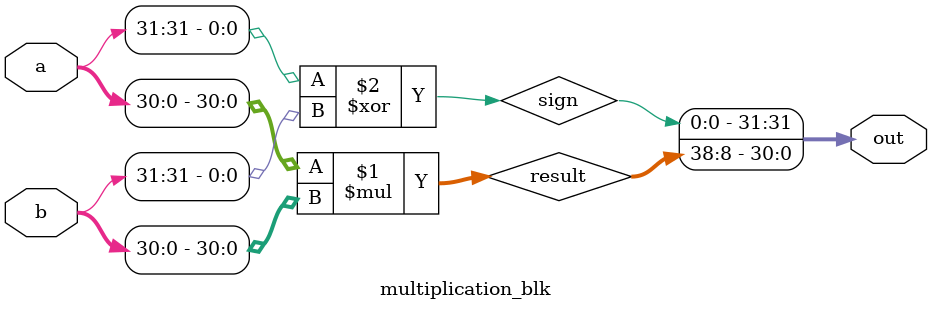
<source format=v>
`timescale 1ns / 1ps

module multiplication_blk(
    input [31:0] a,
    input [31:0] b,
    output [31:0] out
    );
    wire [61:0] result;
    wire sign;
    assign result  = a[30:0] * b[30:0];
    assign sign = a[31] ^ b[31];
    assign out = {sign, result[38:8]};
endmodule

</source>
